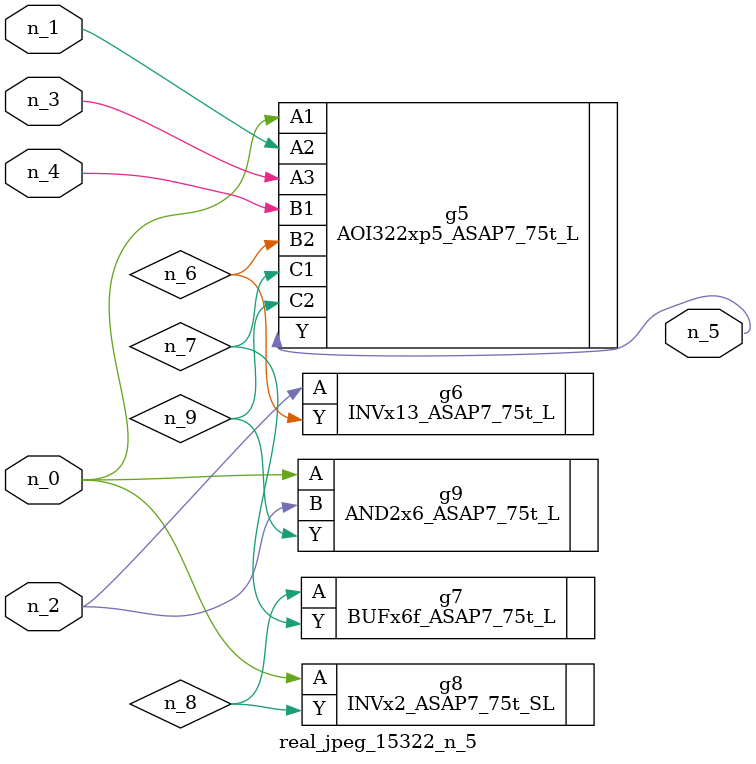
<source format=v>
module real_jpeg_15322_n_5 (n_4, n_0, n_1, n_2, n_3, n_5);

input n_4;
input n_0;
input n_1;
input n_2;
input n_3;

output n_5;

wire n_8;
wire n_6;
wire n_7;
wire n_9;

AOI322xp5_ASAP7_75t_L g5 ( 
.A1(n_0),
.A2(n_1),
.A3(n_3),
.B1(n_4),
.B2(n_6),
.C1(n_7),
.C2(n_9),
.Y(n_5)
);

INVx2_ASAP7_75t_SL g8 ( 
.A(n_0),
.Y(n_8)
);

AND2x6_ASAP7_75t_L g9 ( 
.A(n_0),
.B(n_2),
.Y(n_9)
);

INVx13_ASAP7_75t_L g6 ( 
.A(n_2),
.Y(n_6)
);

BUFx6f_ASAP7_75t_L g7 ( 
.A(n_8),
.Y(n_7)
);


endmodule
</source>
